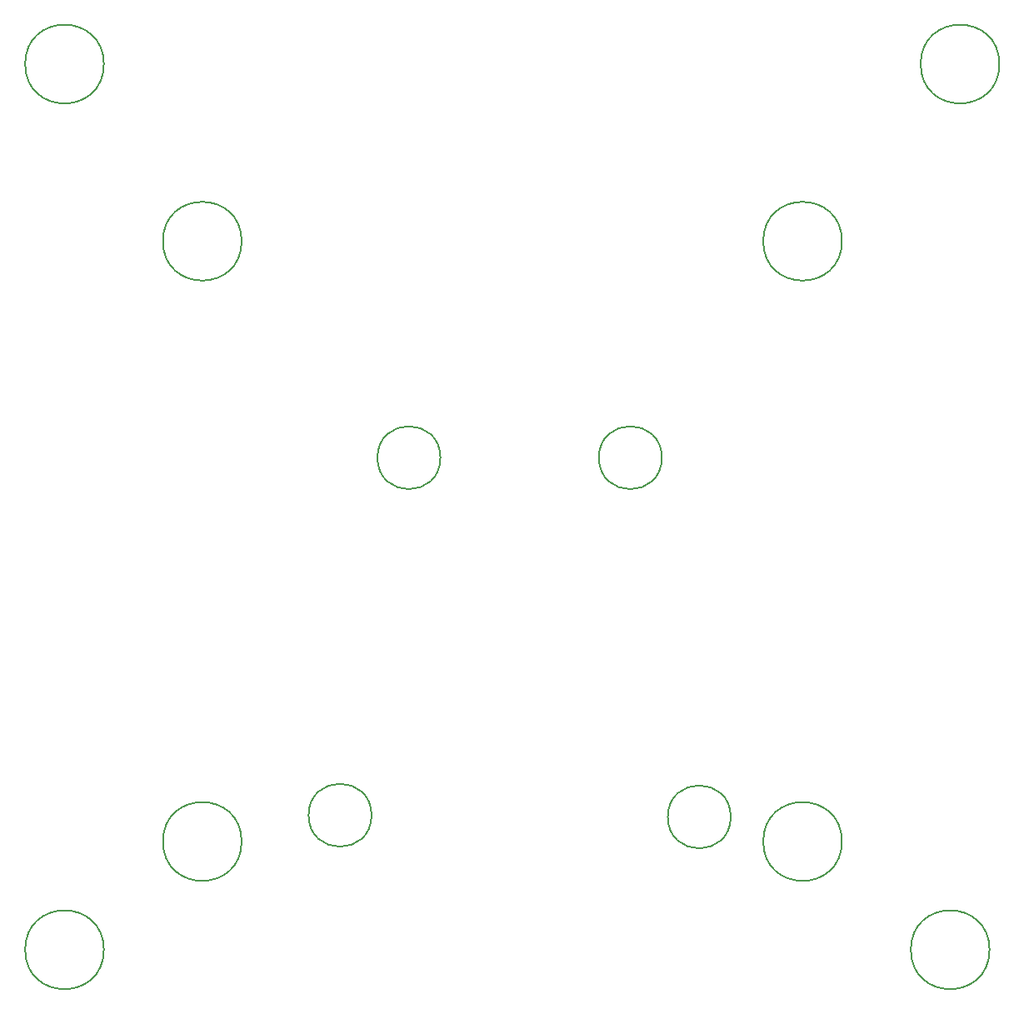
<source format=gbr>
%TF.GenerationSoftware,KiCad,Pcbnew,(6.0.11)*%
%TF.CreationDate,2023-06-08T13:50:34-05:00*%
%TF.ProjectId,LEDpanel,4c454470-616e-4656-9c2e-6b696361645f,rev?*%
%TF.SameCoordinates,Original*%
%TF.FileFunction,Other,Comment*%
%FSLAX46Y46*%
G04 Gerber Fmt 4.6, Leading zero omitted, Abs format (unit mm)*
G04 Created by KiCad (PCBNEW (6.0.11)) date 2023-06-08 13:50:34*
%MOMM*%
%LPD*%
G01*
G04 APERTURE LIST*
%ADD10C,0.150000*%
G04 APERTURE END LIST*
D10*
%TO.C,H2*%
X90700000Y-70000000D02*
G75*
G03*
X90700000Y-70000000I-3200000J0D01*
G01*
%TO.C,H11*%
X34000000Y-120000000D02*
G75*
G03*
X34000000Y-120000000I-4000000J0D01*
G01*
%TO.C,H12*%
X48000000Y-109000000D02*
G75*
G03*
X48000000Y-109000000I-4000000J0D01*
G01*
%TO.C,H3*%
X61200000Y-106330000D02*
G75*
G03*
X61200000Y-106330000I-3200000J0D01*
G01*
%TO.C,H1*%
X109000000Y-48000000D02*
G75*
G03*
X109000000Y-48000000I-4000000J0D01*
G01*
%TO.C,H10*%
X97700000Y-106500000D02*
G75*
G03*
X97700000Y-106500000I-3200000J0D01*
G01*
%TO.C,H9*%
X48000000Y-48000000D02*
G75*
G03*
X48000000Y-48000000I-4000000J0D01*
G01*
%TO.C,H4*%
X34000000Y-30000000D02*
G75*
G03*
X34000000Y-30000000I-4000000J0D01*
G01*
%TO.C,H7*%
X109000000Y-109000000D02*
G75*
G03*
X109000000Y-109000000I-4000000J0D01*
G01*
%TO.C,H5*%
X124000000Y-120000000D02*
G75*
G03*
X124000000Y-120000000I-4000000J0D01*
G01*
%TO.C,H6*%
X125000000Y-30000000D02*
G75*
G03*
X125000000Y-30000000I-4000000J0D01*
G01*
%TO.C,H8*%
X68200000Y-70000000D02*
G75*
G03*
X68200000Y-70000000I-3200000J0D01*
G01*
%TD*%
M02*

</source>
